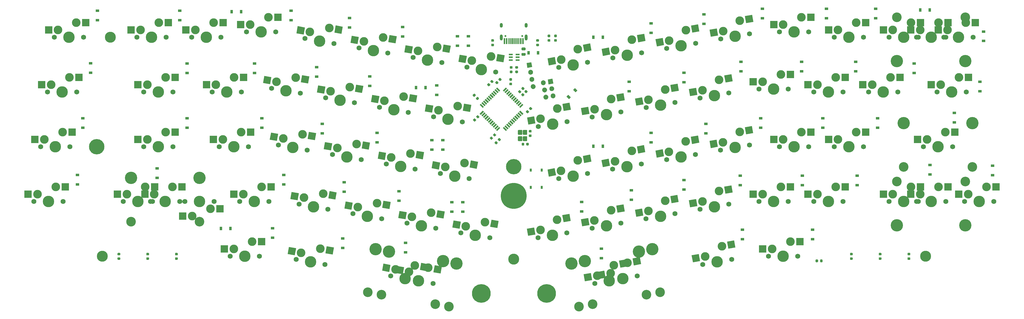
<source format=gbr>
G04 #@! TF.GenerationSoftware,KiCad,Pcbnew,(5.99.0-1918-g94cd0cf3a)*
G04 #@! TF.CreationDate,2020-08-09T16:23:55+02:00*
G04 #@! TF.ProjectId,BMEK_Hotswap,424d454b-5f48-46f7-9473-7761702e6b69,1*
G04 #@! TF.SameCoordinates,Original*
G04 #@! TF.FileFunction,Soldermask,Bot*
G04 #@! TF.FilePolarity,Negative*
%FSLAX46Y46*%
G04 Gerber Fmt 4.6, Leading zero omitted, Abs format (unit mm)*
G04 Created by KiCad (PCBNEW (5.99.0-1918-g94cd0cf3a)) date 2020-08-09 16:23:55*
%MOMM*%
%LPD*%
G01*
G04 APERTURE LIST*
%ADD10C,6.500000*%
%ADD11C,9.000000*%
%ADD12C,5.350000*%
%ADD13C,3.800000*%
%ADD14R,1.200000X0.900000*%
%ADD15R,0.900000X1.200000*%
%ADD16C,3.348000*%
%ADD17C,4.287800*%
%ADD18R,2.550000X2.500000*%
%ADD19C,1.750000*%
%ADD20C,3.000000*%
%ADD21C,3.987800*%
%ADD22O,1.000000X1.600000*%
%ADD23O,1.000000X2.100000*%
%ADD24C,0.650000*%
%ADD25R,0.300000X2.050000*%
%ADD26R,0.600000X2.050000*%
%ADD27R,0.750000X1.000000*%
%ADD28R,1.360000X0.600000*%
G04 APERTURE END LIST*
D10*
X151660000Y-89110000D03*
X128960000Y-89110000D03*
D11*
X140260000Y-55150000D03*
D12*
X140260000Y-45020000D03*
X-4720000Y-38100000D03*
D13*
X283400000Y-76200000D03*
X-2780000Y-76200000D03*
X0Y0D03*
X140260000Y-77150000D03*
D14*
X-4445000Y5970000D03*
X-4445000Y9270000D03*
X24130000Y5970000D03*
X24130000Y9270000D03*
D15*
X45465000Y8890000D03*
X42165000Y8890000D03*
D14*
X62865000Y5970000D03*
X62865000Y9270000D03*
X83185000Y3430000D03*
X83185000Y6730000D03*
X101600000Y255000D03*
X101600000Y3555000D03*
X120650000Y-2920000D03*
X120650000Y380000D03*
X124460000Y-2920000D03*
X124460000Y380000D03*
D15*
X167895000Y0D03*
X171195000Y0D03*
D14*
X187960000Y1525000D03*
X187960000Y4825000D03*
X206375000Y4700000D03*
X206375000Y8000000D03*
X226695000Y6605000D03*
X226695000Y9905000D03*
X248920000Y6605000D03*
X248920000Y9905000D03*
X266065000Y6605000D03*
X266065000Y9905000D03*
D15*
X284860000Y9525000D03*
X281560000Y9525000D03*
D14*
X-6858000Y-12318000D03*
X-6858000Y-9018000D03*
X26670000Y-12445000D03*
X26670000Y-9145000D03*
X50165000Y-12445000D03*
X50165000Y-9145000D03*
X71755000Y-13715000D03*
X71755000Y-10415000D03*
X90170000Y-16890000D03*
X90170000Y-13590000D03*
D15*
X106300000Y-17526000D03*
X109600000Y-17526000D03*
D14*
X113474500Y-20065000D03*
X113474500Y-16765000D03*
G36*
X159204408Y-19982264D02*
G01*
X160052936Y-20830792D01*
X159416540Y-21467188D01*
X158568012Y-20618660D01*
X159204408Y-19982264D01*
G37*
G36*
X161537860Y-17648812D02*
G01*
X162386388Y-18497340D01*
X161749992Y-19133736D01*
X160901464Y-18285208D01*
X161537860Y-17648812D01*
G37*
X180340000Y-18795000D03*
X180340000Y-15495000D03*
X199390000Y-15620000D03*
X199390000Y-12320000D03*
X219202000Y-11810000D03*
X219202000Y-8510000D03*
X240284000Y-11810000D03*
X240284000Y-8510000D03*
X259080000Y-11810000D03*
X259080000Y-8510000D03*
X279400000Y-12445000D03*
X279400000Y-9145000D03*
X303530000Y2030000D03*
X303530000Y-1270000D03*
X-9525000Y-31495000D03*
X-9525000Y-28195000D03*
X26670000Y-31495000D03*
X26670000Y-28195000D03*
X52705000Y-31495000D03*
X52705000Y-28195000D03*
X73660000Y-33400000D03*
X73660000Y-30100000D03*
X92710000Y-36575000D03*
X92710000Y-33275000D03*
X111760000Y-39115000D03*
X111760000Y-35815000D03*
X115570000Y-39115000D03*
X115570000Y-35815000D03*
D15*
X167895000Y-37852386D03*
X171195000Y-37852386D03*
D14*
X187960000Y-36575000D03*
X187960000Y-33275000D03*
X207010000Y-33400000D03*
X207010000Y-30100000D03*
X226060000Y-31495000D03*
X226060000Y-28195000D03*
X247650000Y-31495000D03*
X247650000Y-28195000D03*
X266700000Y-31495000D03*
X266700000Y-28195000D03*
X293370000Y-29590000D03*
X293370000Y-26290000D03*
X302260000Y-15495000D03*
X302260000Y-18795000D03*
X-11430000Y-51180000D03*
X-11430000Y-47880000D03*
X16256000Y-48894000D03*
X16256000Y-45594000D03*
X60325000Y-51180000D03*
X60325000Y-47880000D03*
X81280000Y-53720000D03*
X81280000Y-50420000D03*
X100330000Y-56895000D03*
X100330000Y-53595000D03*
X118745000Y-60705000D03*
X118745000Y-57405000D03*
X122555000Y-60705000D03*
X122555000Y-57405000D03*
X163830000Y-60578000D03*
X163830000Y-57278000D03*
X181102000Y-56514000D03*
X181102000Y-53214000D03*
X199390000Y-52958000D03*
X199390000Y-49658000D03*
X218948000Y-51434000D03*
X218948000Y-48134000D03*
X240538000Y-51434000D03*
X240538000Y-48134000D03*
X259588000Y-51434000D03*
X259588000Y-48134000D03*
X284937200Y-47725600D03*
X284937200Y-44425600D03*
X306705000Y-48005000D03*
X306705000Y-44705000D03*
X56388000Y-69722000D03*
X56388000Y-66422000D03*
X80772000Y-73278000D03*
X80772000Y-69978000D03*
X102616000Y-74802000D03*
X102616000Y-71502000D03*
X170688000Y-76834000D03*
X170688000Y-73534000D03*
X219710000Y-70230000D03*
X219710000Y-66930000D03*
X244094000Y-70230000D03*
X244094000Y-66930000D03*
G36*
X135522702Y-18476940D02*
G01*
X135133794Y-18865848D01*
X134073134Y-17805188D01*
X134462042Y-17416280D01*
X135522702Y-18476940D01*
G37*
G36*
X134957017Y-19042626D02*
G01*
X134568109Y-19431534D01*
X133507449Y-18370874D01*
X133896357Y-17981966D01*
X134957017Y-19042626D01*
G37*
G36*
X134391332Y-19608311D02*
G01*
X134002424Y-19997219D01*
X132941764Y-18936559D01*
X133330672Y-18547651D01*
X134391332Y-19608311D01*
G37*
G36*
X133825646Y-20173996D02*
G01*
X133436738Y-20562904D01*
X132376078Y-19502244D01*
X132764986Y-19113336D01*
X133825646Y-20173996D01*
G37*
G36*
X133259961Y-20739682D02*
G01*
X132871053Y-21128590D01*
X131810393Y-20067930D01*
X132199301Y-19679022D01*
X133259961Y-20739682D01*
G37*
G36*
X132694275Y-21305367D02*
G01*
X132305367Y-21694275D01*
X131244707Y-20633615D01*
X131633615Y-20244707D01*
X132694275Y-21305367D01*
G37*
G36*
X132128590Y-21871053D02*
G01*
X131739682Y-22259961D01*
X130679022Y-21199301D01*
X131067930Y-20810393D01*
X132128590Y-21871053D01*
G37*
G36*
X131562904Y-22436738D02*
G01*
X131173996Y-22825646D01*
X130113336Y-21764986D01*
X130502244Y-21376078D01*
X131562904Y-22436738D01*
G37*
G36*
X130997219Y-23002424D02*
G01*
X130608311Y-23391332D01*
X129547651Y-22330672D01*
X129936559Y-21941764D01*
X130997219Y-23002424D01*
G37*
G36*
X130431534Y-23568109D02*
G01*
X130042626Y-23957017D01*
X128981966Y-22896357D01*
X129370874Y-22507449D01*
X130431534Y-23568109D01*
G37*
G36*
X129865848Y-24133794D02*
G01*
X129476940Y-24522702D01*
X128416280Y-23462042D01*
X128805188Y-23073134D01*
X129865848Y-24133794D01*
G37*
G36*
X129476940Y-25477298D02*
G01*
X129865848Y-25866206D01*
X128805188Y-26926866D01*
X128416280Y-26537958D01*
X129476940Y-25477298D01*
G37*
G36*
X130042626Y-26042983D02*
G01*
X130431534Y-26431891D01*
X129370874Y-27492551D01*
X128981966Y-27103643D01*
X130042626Y-26042983D01*
G37*
G36*
X130608311Y-26608668D02*
G01*
X130997219Y-26997576D01*
X129936559Y-28058236D01*
X129547651Y-27669328D01*
X130608311Y-26608668D01*
G37*
G36*
X131173996Y-27174354D02*
G01*
X131562904Y-27563262D01*
X130502244Y-28623922D01*
X130113336Y-28235014D01*
X131173996Y-27174354D01*
G37*
G36*
X131739682Y-27740039D02*
G01*
X132128590Y-28128947D01*
X131067930Y-29189607D01*
X130679022Y-28800699D01*
X131739682Y-27740039D01*
G37*
G36*
X132305367Y-28305725D02*
G01*
X132694275Y-28694633D01*
X131633615Y-29755293D01*
X131244707Y-29366385D01*
X132305367Y-28305725D01*
G37*
G36*
X132871053Y-28871410D02*
G01*
X133259961Y-29260318D01*
X132199301Y-30320978D01*
X131810393Y-29932070D01*
X132871053Y-28871410D01*
G37*
G36*
X133436738Y-29437096D02*
G01*
X133825646Y-29826004D01*
X132764986Y-30886664D01*
X132376078Y-30497756D01*
X133436738Y-29437096D01*
G37*
G36*
X134002424Y-30002781D02*
G01*
X134391332Y-30391689D01*
X133330672Y-31452349D01*
X132941764Y-31063441D01*
X134002424Y-30002781D01*
G37*
G36*
X134568109Y-30568466D02*
G01*
X134957017Y-30957374D01*
X133896357Y-32018034D01*
X133507449Y-31629126D01*
X134568109Y-30568466D01*
G37*
G36*
X135133794Y-31134152D02*
G01*
X135522702Y-31523060D01*
X134462042Y-32583720D01*
X134073134Y-32194812D01*
X135133794Y-31134152D01*
G37*
G36*
X137926866Y-32194812D02*
G01*
X137537958Y-32583720D01*
X136477298Y-31523060D01*
X136866206Y-31134152D01*
X137926866Y-32194812D01*
G37*
G36*
X138492551Y-31629126D02*
G01*
X138103643Y-32018034D01*
X137042983Y-30957374D01*
X137431891Y-30568466D01*
X138492551Y-31629126D01*
G37*
G36*
X139058236Y-31063441D02*
G01*
X138669328Y-31452349D01*
X137608668Y-30391689D01*
X137997576Y-30002781D01*
X139058236Y-31063441D01*
G37*
G36*
X139623922Y-30497756D02*
G01*
X139235014Y-30886664D01*
X138174354Y-29826004D01*
X138563262Y-29437096D01*
X139623922Y-30497756D01*
G37*
G36*
X140189607Y-29932070D02*
G01*
X139800699Y-30320978D01*
X138740039Y-29260318D01*
X139128947Y-28871410D01*
X140189607Y-29932070D01*
G37*
G36*
X140755293Y-29366385D02*
G01*
X140366385Y-29755293D01*
X139305725Y-28694633D01*
X139694633Y-28305725D01*
X140755293Y-29366385D01*
G37*
G36*
X141320978Y-28800699D02*
G01*
X140932070Y-29189607D01*
X139871410Y-28128947D01*
X140260318Y-27740039D01*
X141320978Y-28800699D01*
G37*
G36*
X141886664Y-28235014D02*
G01*
X141497756Y-28623922D01*
X140437096Y-27563262D01*
X140826004Y-27174354D01*
X141886664Y-28235014D01*
G37*
G36*
X142452349Y-27669328D02*
G01*
X142063441Y-28058236D01*
X141002781Y-26997576D01*
X141391689Y-26608668D01*
X142452349Y-27669328D01*
G37*
G36*
X143018034Y-27103643D02*
G01*
X142629126Y-27492551D01*
X141568466Y-26431891D01*
X141957374Y-26042983D01*
X143018034Y-27103643D01*
G37*
G36*
X143583720Y-26537958D02*
G01*
X143194812Y-26926866D01*
X142134152Y-25866206D01*
X142523060Y-25477298D01*
X143583720Y-26537958D01*
G37*
G36*
X143194812Y-23073134D02*
G01*
X143583720Y-23462042D01*
X142523060Y-24522702D01*
X142134152Y-24133794D01*
X143194812Y-23073134D01*
G37*
G36*
X142629126Y-22507449D02*
G01*
X143018034Y-22896357D01*
X141957374Y-23957017D01*
X141568466Y-23568109D01*
X142629126Y-22507449D01*
G37*
G36*
X142063441Y-21941764D02*
G01*
X142452349Y-22330672D01*
X141391689Y-23391332D01*
X141002781Y-23002424D01*
X142063441Y-21941764D01*
G37*
G36*
X141497756Y-21376078D02*
G01*
X141886664Y-21764986D01*
X140826004Y-22825646D01*
X140437096Y-22436738D01*
X141497756Y-21376078D01*
G37*
G36*
X140932070Y-20810393D02*
G01*
X141320978Y-21199301D01*
X140260318Y-22259961D01*
X139871410Y-21871053D01*
X140932070Y-20810393D01*
G37*
G36*
X140366385Y-20244707D02*
G01*
X140755293Y-20633615D01*
X139694633Y-21694275D01*
X139305725Y-21305367D01*
X140366385Y-20244707D01*
G37*
G36*
X139800699Y-19679022D02*
G01*
X140189607Y-20067930D01*
X139128947Y-21128590D01*
X138740039Y-20739682D01*
X139800699Y-19679022D01*
G37*
G36*
X139235014Y-19113336D02*
G01*
X139623922Y-19502244D01*
X138563262Y-20562904D01*
X138174354Y-20173996D01*
X139235014Y-19113336D01*
G37*
G36*
X138669328Y-18547651D02*
G01*
X139058236Y-18936559D01*
X137997576Y-19997219D01*
X137608668Y-19608311D01*
X138669328Y-18547651D01*
G37*
G36*
X138103643Y-17981966D02*
G01*
X138492551Y-18370874D01*
X137431891Y-19431534D01*
X137042983Y-19042626D01*
X138103643Y-17981966D01*
G37*
G36*
X137537958Y-17416280D02*
G01*
X137926866Y-17805188D01*
X136866206Y-18865848D01*
X136477298Y-18476940D01*
X137537958Y-17416280D01*
G37*
D16*
X273431801Y6985000D03*
X297244301Y6985000D03*
D17*
X273431801Y-8255000D03*
X297244301Y-8255000D03*
D16*
X299625651Y-45085000D03*
X275813151Y-45085000D03*
D17*
X299625651Y-29845000D03*
X275813151Y-29845000D03*
D16*
X112996039Y-92858181D03*
X89545304Y-88723184D03*
D17*
X115642437Y-77849711D03*
X92191702Y-73714713D03*
D16*
X117686186Y-93685181D03*
X94235451Y-89550184D03*
D17*
X120332584Y-78676711D03*
X96881849Y-74541713D03*
D16*
X186390301Y-89550184D03*
X162939566Y-93685181D03*
D17*
X183743903Y-74541713D03*
X160293168Y-78676711D03*
D16*
X191080447Y-88723184D03*
X167629712Y-92858181D03*
D17*
X188434049Y-73714713D03*
X164983314Y-77849711D03*
D16*
X31006150Y-64135000D03*
X7193650Y-64135000D03*
D17*
X31006150Y-48895000D03*
X7193650Y-48895000D03*
D18*
X-8504549Y5080000D03*
X-21431549Y2540000D03*
D19*
X-9266549Y0D03*
X-19426549Y0D03*
D20*
X-18156549Y2540000D03*
D21*
X-14346549Y0D03*
D20*
X-11806549Y5080000D03*
D18*
X20179551Y5080000D03*
X7252551Y2540000D03*
D19*
X19417551Y0D03*
X9257551Y0D03*
D20*
X10527551Y2540000D03*
D21*
X14337551Y0D03*
D20*
X16877551Y5080000D03*
D18*
X39229551Y5080000D03*
X26302551Y2540000D03*
D19*
X38467551Y0D03*
X28307551Y0D03*
D20*
X29577551Y2540000D03*
D21*
X33387551Y0D03*
D20*
X35927551Y5080000D03*
D18*
X58279551Y7020199D03*
X45352551Y4480199D03*
D19*
X57517551Y1940199D03*
X47357551Y1940199D03*
D20*
X48627551Y4480199D03*
D21*
X52437551Y1940199D03*
D20*
X54977551Y7020199D03*
G36*
X77884541Y1690263D02*
G01*
X78318661Y4152282D01*
X80829921Y3709479D01*
X80395801Y1247460D01*
X77884541Y1690263D01*
G37*
G36*
X64712864Y1433601D02*
G01*
X65146984Y3895620D01*
X67658244Y3452817D01*
X67224124Y990798D01*
X64712864Y1433601D01*
G37*
D19*
X77724674Y-2170633D03*
X67719028Y-406367D03*
D20*
X69410800Y1874511D03*
D21*
X72721851Y-1288500D03*
D20*
X76105395Y3273257D03*
G36*
X96645141Y-1617737D02*
G01*
X97079261Y844282D01*
X99590521Y401479D01*
X99156401Y-2060540D01*
X96645141Y-1617737D01*
G37*
G36*
X83473464Y-1874399D02*
G01*
X83907584Y587620D01*
X86418844Y144817D01*
X85984724Y-2317202D01*
X83473464Y-1874399D01*
G37*
D19*
X96485274Y-5478633D03*
X86479628Y-3714367D03*
D20*
X88171400Y-1433489D03*
D21*
X91482451Y-4596500D03*
D20*
X94865995Y-34743D03*
G36*
X115405740Y-4925737D02*
G01*
X115839860Y-2463718D01*
X118351120Y-2906521D01*
X117917000Y-5368540D01*
X115405740Y-4925737D01*
G37*
G36*
X102234063Y-5182399D02*
G01*
X102668183Y-2720380D01*
X105179443Y-3163183D01*
X104745323Y-5625202D01*
X102234063Y-5182399D01*
G37*
D19*
X115245873Y-8786633D03*
X105240227Y-7022367D03*
D20*
X106931999Y-4741489D03*
D21*
X110243050Y-7904500D03*
D20*
X113626594Y-3342743D03*
G36*
X134166340Y-8233737D02*
G01*
X134600460Y-5771718D01*
X137111720Y-6214521D01*
X136677600Y-8676540D01*
X134166340Y-8233737D01*
G37*
G36*
X120994663Y-8490399D02*
G01*
X121428783Y-6028380D01*
X123940043Y-6471183D01*
X123505923Y-8933202D01*
X120994663Y-8490399D01*
G37*
D19*
X134006473Y-12094633D03*
X124000827Y-10330367D03*
D20*
X125692599Y-8049489D03*
D21*
X129003650Y-11212500D03*
D20*
X132387194Y-6650743D03*
G36*
X164756095Y-5007435D02*
G01*
X164321975Y-2545416D01*
X166833235Y-2102613D01*
X167267355Y-4564632D01*
X164756095Y-5007435D01*
G37*
G36*
X152466552Y-9753597D02*
G01*
X152032432Y-7291578D01*
X154543692Y-6848775D01*
X154977812Y-9310794D01*
X152466552Y-9753597D01*
G37*
D19*
X165926374Y-8690167D03*
X155920728Y-10454433D03*
D20*
X156730367Y-7732488D03*
D21*
X160923551Y-9572300D03*
D20*
X162542830Y-4128410D03*
G36*
X183516694Y-1699435D02*
G01*
X183082574Y762584D01*
X185593834Y1205387D01*
X186027954Y-1256632D01*
X183516694Y-1699435D01*
G37*
G36*
X171227151Y-6445597D02*
G01*
X170793031Y-3983578D01*
X173304291Y-3540775D01*
X173738411Y-6002794D01*
X171227151Y-6445597D01*
G37*
D19*
X184686973Y-5382167D03*
X174681327Y-7146433D03*
D20*
X175490966Y-4424488D03*
D21*
X179684150Y-6264300D03*
D20*
X181303429Y-820410D03*
G36*
X202277295Y1608566D02*
G01*
X201843175Y4070585D01*
X204354435Y4513388D01*
X204788555Y2051369D01*
X202277295Y1608566D01*
G37*
G36*
X189987752Y-3137596D02*
G01*
X189553632Y-675577D01*
X192064892Y-232774D01*
X192499012Y-2694793D01*
X189987752Y-3137596D01*
G37*
D19*
X203447574Y-2074166D03*
X193441928Y-3838432D03*
D20*
X194251567Y-1116487D03*
D21*
X198444751Y-2956299D03*
D20*
X200064030Y2487591D03*
G36*
X221037894Y4916564D02*
G01*
X220603774Y7378583D01*
X223115034Y7821386D01*
X223549154Y5359367D01*
X221037894Y4916564D01*
G37*
G36*
X208748351Y170402D02*
G01*
X208314231Y2632421D01*
X210825491Y3075224D01*
X211259611Y613205D01*
X208748351Y170402D01*
G37*
D19*
X222208173Y1233832D03*
X212202527Y-530434D03*
D20*
X213012166Y2191511D03*
D21*
X217205350Y351699D03*
D20*
X218824629Y5795589D03*
D18*
X243555050Y7020200D03*
X230628050Y4480200D03*
D19*
X242793050Y1940200D03*
X232633050Y1940200D03*
D20*
X233903050Y4480200D03*
D21*
X237713050Y1940200D03*
D20*
X240253050Y7020200D03*
D18*
X262605051Y5080000D03*
X249678051Y2540000D03*
D19*
X261843051Y0D03*
X251683051Y0D03*
D20*
X252953051Y2540000D03*
D21*
X256763051Y0D03*
D20*
X259303051Y5080000D03*
D18*
X281655051Y5080000D03*
X268728051Y2540000D03*
D19*
X280893051Y0D03*
X270733051Y0D03*
D20*
X272003051Y2540000D03*
D21*
X275813051Y0D03*
D20*
X278353051Y5080000D03*
D18*
X291180051Y5080000D03*
X278253051Y2540000D03*
D19*
X290418051Y0D03*
X280258051Y0D03*
D20*
X281528051Y2540000D03*
D21*
X285338051Y0D03*
D20*
X287878051Y5080000D03*
D18*
X-10885848Y-13970000D03*
X-23812848Y-16510000D03*
D19*
X-11647848Y-19050000D03*
X-21807848Y-19050000D03*
D20*
X-20537848Y-16510000D03*
D21*
X-16727848Y-19050000D03*
D20*
X-14187848Y-13970000D03*
D18*
X22560750Y-13970000D03*
X9633750Y-16510000D03*
D19*
X21798750Y-19050000D03*
X11638750Y-19050000D03*
D20*
X12908750Y-16510000D03*
D21*
X16718750Y-19050000D03*
D20*
X19258750Y-13970000D03*
D18*
X46373250Y-13970000D03*
X33446250Y-16510000D03*
D19*
X45611250Y-19050000D03*
X35451250Y-19050000D03*
D20*
X36721250Y-16510000D03*
D21*
X40531250Y-19050000D03*
D20*
X43071250Y-13970000D03*
G36*
X66253465Y-15602737D02*
G01*
X66687585Y-13140718D01*
X69198845Y-13583521D01*
X68764725Y-16045540D01*
X66253465Y-15602737D01*
G37*
G36*
X53081788Y-15859399D02*
G01*
X53515908Y-13397380D01*
X56027168Y-13840183D01*
X55593048Y-16302202D01*
X53081788Y-15859399D01*
G37*
D19*
X66093598Y-19463633D03*
X56087952Y-17699367D03*
D20*
X57779724Y-15418489D03*
D21*
X61090775Y-18581500D03*
D20*
X64474319Y-14019743D03*
G36*
X85014040Y-18910737D02*
G01*
X85448160Y-16448718D01*
X87959420Y-16891521D01*
X87525300Y-19353540D01*
X85014040Y-18910737D01*
G37*
G36*
X71842363Y-19167399D02*
G01*
X72276483Y-16705380D01*
X74787743Y-17148183D01*
X74353623Y-19610202D01*
X71842363Y-19167399D01*
G37*
D19*
X84854173Y-22771633D03*
X74848527Y-21007367D03*
D20*
X76540299Y-18726489D03*
D21*
X79851350Y-21889500D03*
D20*
X83234894Y-17327743D03*
G36*
X103774640Y-22218737D02*
G01*
X104208760Y-19756718D01*
X106720020Y-20199521D01*
X106285900Y-22661540D01*
X103774640Y-22218737D01*
G37*
G36*
X90602963Y-22475399D02*
G01*
X91037083Y-20013380D01*
X93548343Y-20456183D01*
X93114223Y-22918202D01*
X90602963Y-22475399D01*
G37*
D19*
X103614773Y-26079633D03*
X93609127Y-24315367D03*
D20*
X95300899Y-22034489D03*
D21*
X98611950Y-25197500D03*
D20*
X101995494Y-20635743D03*
G36*
X122535240Y-25526736D02*
G01*
X122969360Y-23064717D01*
X125480620Y-23507520D01*
X125046500Y-25969539D01*
X122535240Y-25526736D01*
G37*
G36*
X109363563Y-25783398D02*
G01*
X109797683Y-23321379D01*
X112308943Y-23764182D01*
X111874823Y-26226201D01*
X109363563Y-25783398D01*
G37*
D19*
X122375373Y-29387632D03*
X112369727Y-27623366D03*
D20*
X114061499Y-25342488D03*
D21*
X117372550Y-28505499D03*
D20*
X120756094Y-23943742D03*
G36*
X157580994Y-25616535D02*
G01*
X157146874Y-23154516D01*
X159658134Y-22711713D01*
X160092254Y-25173732D01*
X157580994Y-25616535D01*
G37*
G36*
X145291451Y-30362697D02*
G01*
X144857331Y-27900678D01*
X147368591Y-27457875D01*
X147802711Y-29919894D01*
X145291451Y-30362697D01*
G37*
D19*
X158751273Y-29299267D03*
X148745627Y-31063533D03*
D20*
X149555266Y-28341588D03*
D21*
X153748450Y-30181400D03*
D20*
X155367729Y-24737510D03*
G36*
X176341595Y-22308535D02*
G01*
X175907475Y-19846516D01*
X178418735Y-19403713D01*
X178852855Y-21865732D01*
X176341595Y-22308535D01*
G37*
G36*
X164052052Y-27054697D02*
G01*
X163617932Y-24592678D01*
X166129192Y-24149875D01*
X166563312Y-26611894D01*
X164052052Y-27054697D01*
G37*
D19*
X177511874Y-25991267D03*
X167506228Y-27755533D03*
D20*
X168315867Y-25033588D03*
D21*
X172509051Y-26873400D03*
D20*
X174128330Y-21429510D03*
G36*
X195102195Y-19000534D02*
G01*
X194668075Y-16538515D01*
X197179335Y-16095712D01*
X197613455Y-18557731D01*
X195102195Y-19000534D01*
G37*
G36*
X182812652Y-23746696D02*
G01*
X182378532Y-21284677D01*
X184889792Y-20841874D01*
X185323912Y-23303893D01*
X182812652Y-23746696D01*
G37*
D19*
X196272474Y-22683266D03*
X186266828Y-24447532D03*
D20*
X187076467Y-21725587D03*
D21*
X191269651Y-23565399D03*
D20*
X192888930Y-18121509D03*
G36*
X213862795Y-15692534D02*
G01*
X213428675Y-13230515D01*
X215939935Y-12787712D01*
X216374055Y-15249731D01*
X213862795Y-15692534D01*
G37*
G36*
X201573252Y-20438696D02*
G01*
X201139132Y-17976677D01*
X203650392Y-17533874D01*
X204084512Y-19995893D01*
X201573252Y-20438696D01*
G37*
D19*
X215033074Y-19375266D03*
X205027428Y-21139532D03*
D20*
X205837067Y-18417587D03*
D21*
X210030251Y-20257399D03*
D20*
X211649530Y-14813509D03*
D18*
X236411350Y-12909500D03*
X223484350Y-15449500D03*
D19*
X235649350Y-17989500D03*
X225489350Y-17989500D03*
D20*
X226759350Y-15449500D03*
D21*
X230569350Y-17989500D03*
D20*
X233109350Y-12909500D03*
D18*
X255461350Y-13970000D03*
X242534350Y-16510000D03*
D19*
X254699350Y-19050000D03*
X244539350Y-19050000D03*
D20*
X245809350Y-16510000D03*
D21*
X249619350Y-19050000D03*
D20*
X252159350Y-13970000D03*
D18*
X274511350Y-13970000D03*
X261584350Y-16510000D03*
D19*
X273749350Y-19050000D03*
X263589350Y-19050000D03*
D20*
X264859350Y-16510000D03*
D21*
X268669350Y-19050000D03*
D20*
X271209350Y-13970000D03*
D18*
X300705051Y5080000D03*
X287778051Y2540000D03*
D19*
X299943051Y0D03*
X289783051Y0D03*
D20*
X291053051Y2540000D03*
D21*
X294863051Y0D03*
D20*
X297403051Y5080000D03*
D18*
X-13267148Y-33020000D03*
X-26194148Y-35560000D03*
D19*
X-14029148Y-38100000D03*
X-24189148Y-38100000D03*
D20*
X-22919148Y-35560000D03*
D21*
X-19109148Y-38100000D03*
D20*
X-16569148Y-33020000D03*
D18*
X22560750Y-33020000D03*
X9633750Y-35560000D03*
D19*
X21798750Y-38100000D03*
X11638750Y-38100000D03*
D20*
X12908750Y-35560000D03*
D21*
X16718750Y-38100000D03*
D20*
X19258750Y-33020000D03*
D18*
X48754450Y-33020000D03*
X35827450Y-35560000D03*
D19*
X47992450Y-38100000D03*
X37832450Y-38100000D03*
D20*
X39102450Y-35560000D03*
D21*
X42912450Y-38100000D03*
D20*
X45452450Y-33020000D03*
G36*
X68609640Y-35362037D02*
G01*
X69043760Y-32900018D01*
X71555020Y-33342821D01*
X71120900Y-35804840D01*
X68609640Y-35362037D01*
G37*
G36*
X55437963Y-35618699D02*
G01*
X55872083Y-33156680D01*
X58383343Y-33599483D01*
X57949223Y-36061502D01*
X55437963Y-35618699D01*
G37*
D19*
X68449773Y-39222933D03*
X58444127Y-37458667D03*
D20*
X60135899Y-35177789D03*
D21*
X63446950Y-38340800D03*
D20*
X66830494Y-33779043D03*
G36*
X87370240Y-38670037D02*
G01*
X87804360Y-36208018D01*
X90315620Y-36650821D01*
X89881500Y-39112840D01*
X87370240Y-38670037D01*
G37*
G36*
X74198563Y-38926699D02*
G01*
X74632683Y-36464680D01*
X77143943Y-36907483D01*
X76709823Y-39369502D01*
X74198563Y-38926699D01*
G37*
D19*
X87210373Y-42530933D03*
X77204727Y-40766667D03*
D20*
X78896499Y-38485789D03*
D21*
X82207550Y-41648800D03*
D20*
X85591094Y-37087043D03*
G36*
X106130840Y-41978037D02*
G01*
X106564960Y-39516018D01*
X109076220Y-39958821D01*
X108642100Y-42420840D01*
X106130840Y-41978037D01*
G37*
G36*
X92959163Y-42234699D02*
G01*
X93393283Y-39772680D01*
X95904543Y-40215483D01*
X95470423Y-42677502D01*
X92959163Y-42234699D01*
G37*
D19*
X105970973Y-45838933D03*
X95965327Y-44074667D03*
D20*
X97657099Y-41793789D03*
D21*
X100968150Y-44956800D03*
D20*
X104351694Y-40395043D03*
G36*
X124891440Y-45286037D02*
G01*
X125325560Y-42824018D01*
X127836820Y-43266821D01*
X127402700Y-45728840D01*
X124891440Y-45286037D01*
G37*
G36*
X111719763Y-45542699D02*
G01*
X112153883Y-43080680D01*
X114665143Y-43523483D01*
X114231023Y-45985502D01*
X111719763Y-45542699D01*
G37*
D19*
X124731573Y-49146933D03*
X114725927Y-47382667D03*
D20*
X116417699Y-45101789D03*
D21*
X119728750Y-48264800D03*
D20*
X123112294Y-43703043D03*
G36*
X164711394Y-43703135D02*
G01*
X164277274Y-41241116D01*
X166788534Y-40798313D01*
X167222654Y-43260332D01*
X164711394Y-43703135D01*
G37*
G36*
X152421851Y-48449297D02*
G01*
X151987731Y-45987278D01*
X154498991Y-45544475D01*
X154933111Y-48006494D01*
X152421851Y-48449297D01*
G37*
D19*
X165881673Y-47385867D03*
X155876027Y-49150133D03*
D20*
X156685666Y-46428188D03*
D21*
X160878850Y-48268000D03*
D20*
X162498129Y-42824110D03*
G36*
X183471994Y-40395134D02*
G01*
X183037874Y-37933115D01*
X185549134Y-37490312D01*
X185983254Y-39952331D01*
X183471994Y-40395134D01*
G37*
G36*
X171182451Y-45141296D02*
G01*
X170748331Y-42679277D01*
X173259591Y-42236474D01*
X173693711Y-44698493D01*
X171182451Y-45141296D01*
G37*
D19*
X184642273Y-44077866D03*
X174636627Y-45842132D03*
D20*
X175446266Y-43120187D03*
D21*
X179639450Y-44959999D03*
D20*
X181258729Y-39516109D03*
G36*
X202232594Y-37087135D02*
G01*
X201798474Y-34625116D01*
X204309734Y-34182313D01*
X204743854Y-36644332D01*
X202232594Y-37087135D01*
G37*
G36*
X189943051Y-41833297D02*
G01*
X189508931Y-39371278D01*
X192020191Y-38928475D01*
X192454311Y-41390494D01*
X189943051Y-41833297D01*
G37*
D19*
X203402873Y-40769867D03*
X193397227Y-42534133D03*
D20*
X194206866Y-39812188D03*
D21*
X198400050Y-41652000D03*
D20*
X200019329Y-36208110D03*
G36*
X220993194Y-33779134D02*
G01*
X220559074Y-31317115D01*
X223070334Y-30874312D01*
X223504454Y-33336331D01*
X220993194Y-33779134D01*
G37*
G36*
X208703651Y-38525296D02*
G01*
X208269531Y-36063277D01*
X210780791Y-35620474D01*
X211214911Y-38082493D01*
X208703651Y-38525296D01*
G37*
D19*
X222163473Y-37461866D03*
X212157827Y-39226132D03*
D20*
X212967466Y-36504187D03*
D21*
X217160650Y-38343999D03*
D20*
X218779929Y-32900109D03*
D18*
X243555150Y-33019999D03*
X230628150Y-35559999D03*
D19*
X242793150Y-38099999D03*
X232633150Y-38099999D03*
D20*
X233903150Y-35559999D03*
D21*
X237713150Y-38099999D03*
D20*
X240253150Y-33019999D03*
D18*
X262605150Y-33020000D03*
X249678150Y-35560000D03*
D19*
X261843150Y-38100000D03*
X251683150Y-38100000D03*
D20*
X252953150Y-35560000D03*
D21*
X256763150Y-38100000D03*
D20*
X259303150Y-33020000D03*
D18*
X293561401Y-33020000D03*
X280634401Y-35560000D03*
D19*
X292799401Y-38100000D03*
X282639401Y-38100000D03*
D20*
X283909401Y-35560000D03*
D21*
X287719401Y-38100000D03*
D20*
X290259401Y-33020000D03*
D18*
X298323850Y-13970000D03*
X285396850Y-16510000D03*
D19*
X297561850Y-19050000D03*
X287401850Y-19050000D03*
D20*
X288671850Y-16510000D03*
D21*
X292481850Y-19050000D03*
D20*
X295021850Y-13970000D03*
D18*
X-15648448Y-52070000D03*
X-28575448Y-54610000D03*
D19*
X-16410448Y-57150000D03*
X-26570448Y-57150000D03*
D20*
X-25300448Y-54610000D03*
D21*
X-21490448Y-57150000D03*
D20*
X-18950448Y-52070000D03*
D18*
X24941900Y-52070000D03*
X12014900Y-54610000D03*
D19*
X24179900Y-57150000D03*
X14019900Y-57150000D03*
D20*
X15289900Y-54610000D03*
D21*
X19099900Y-57150000D03*
D20*
X21639900Y-52070000D03*
D18*
X55898150Y-52070000D03*
X42971150Y-54610000D03*
D19*
X55136150Y-57150000D03*
X44976150Y-57150000D03*
D20*
X46246150Y-54610000D03*
D21*
X50056150Y-57150000D03*
D20*
X52596150Y-52070000D03*
G36*
X75778140Y-55969937D02*
G01*
X76212260Y-53507918D01*
X78723520Y-53950721D01*
X78289400Y-56412740D01*
X75778140Y-55969937D01*
G37*
G36*
X62606463Y-56226599D02*
G01*
X63040583Y-53764580D01*
X65551843Y-54207383D01*
X65117723Y-56669402D01*
X62606463Y-56226599D01*
G37*
D19*
X75618273Y-59830833D03*
X65612627Y-58066567D03*
D20*
X67304399Y-55785689D03*
D21*
X70615450Y-58948700D03*
D20*
X73998994Y-54386943D03*
G36*
X94538740Y-59277937D02*
G01*
X94972860Y-56815918D01*
X97484120Y-57258721D01*
X97050000Y-59720740D01*
X94538740Y-59277937D01*
G37*
G36*
X81367063Y-59534599D02*
G01*
X81801183Y-57072580D01*
X84312443Y-57515383D01*
X83878323Y-59977402D01*
X81367063Y-59534599D01*
G37*
D19*
X94378873Y-63138833D03*
X84373227Y-61374567D03*
D20*
X86064999Y-59093689D03*
D21*
X89376050Y-62256700D03*
D20*
X92759594Y-57694943D03*
G36*
X113299340Y-62585937D02*
G01*
X113733460Y-60123918D01*
X116244720Y-60566721D01*
X115810600Y-63028740D01*
X113299340Y-62585937D01*
G37*
G36*
X100127663Y-62842599D02*
G01*
X100561783Y-60380580D01*
X103073043Y-60823383D01*
X102638923Y-63285402D01*
X100127663Y-62842599D01*
G37*
D19*
X113139473Y-66446833D03*
X103133827Y-64682567D03*
D20*
X104825599Y-62401689D03*
D21*
X108136650Y-65564700D03*
D20*
X111520194Y-61002943D03*
G36*
X132059940Y-65893937D02*
G01*
X132494060Y-63431918D01*
X135005320Y-63874721D01*
X134571200Y-66336740D01*
X132059940Y-65893937D01*
G37*
G36*
X118888263Y-66150599D02*
G01*
X119322383Y-63688580D01*
X121833643Y-64131383D01*
X121399523Y-66593402D01*
X118888263Y-66150599D01*
G37*
D19*
X131900073Y-69754833D03*
X121894427Y-67990567D03*
D20*
X123586199Y-65709689D03*
D21*
X126897250Y-68872700D03*
D20*
X130280794Y-64310943D03*
G36*
X157560994Y-64307835D02*
G01*
X157126874Y-61845816D01*
X159638134Y-61403013D01*
X160072254Y-63865032D01*
X157560994Y-64307835D01*
G37*
G36*
X145271451Y-69053997D02*
G01*
X144837331Y-66591978D01*
X147348591Y-66149175D01*
X147782711Y-68611194D01*
X145271451Y-69053997D01*
G37*
D19*
X158731273Y-67990567D03*
X148725627Y-69754833D03*
D20*
X149535266Y-67032888D03*
D21*
X153728450Y-68872700D03*
D20*
X155347729Y-63428810D03*
G36*
X176321594Y-60999834D02*
G01*
X175887474Y-58537815D01*
X178398734Y-58095012D01*
X178832854Y-60557031D01*
X176321594Y-60999834D01*
G37*
G36*
X164032051Y-65745996D02*
G01*
X163597931Y-63283977D01*
X166109191Y-62841174D01*
X166543311Y-65303193D01*
X164032051Y-65745996D01*
G37*
D19*
X177491873Y-64682566D03*
X167486227Y-66446832D03*
D20*
X168295866Y-63724887D03*
D21*
X172489050Y-65564699D03*
D20*
X174108329Y-60120809D03*
G36*
X195082194Y-57691834D02*
G01*
X194648074Y-55229815D01*
X197159334Y-54787012D01*
X197593454Y-57249031D01*
X195082194Y-57691834D01*
G37*
G36*
X182792651Y-62437996D02*
G01*
X182358531Y-59975977D01*
X184869791Y-59533174D01*
X185303911Y-61995193D01*
X182792651Y-62437996D01*
G37*
D19*
X196252473Y-61374566D03*
X186246827Y-63138832D03*
D20*
X187056466Y-60416887D03*
D21*
X191249650Y-62256699D03*
D20*
X192868929Y-56812809D03*
G36*
X213842794Y-54383834D02*
G01*
X213408674Y-51921815D01*
X215919934Y-51479012D01*
X216354054Y-53941031D01*
X213842794Y-54383834D01*
G37*
G36*
X201553251Y-59129996D02*
G01*
X201119131Y-56667977D01*
X203630391Y-56225174D01*
X204064511Y-58687193D01*
X201553251Y-59129996D01*
G37*
D19*
X215013073Y-58066566D03*
X205007427Y-59830832D03*
D20*
X205817066Y-57108887D03*
D21*
X210010250Y-58948699D03*
D20*
X211629529Y-53504809D03*
D18*
X236411450Y-52069999D03*
X223484450Y-54609999D03*
D19*
X235649450Y-57149999D03*
X225489450Y-57149999D03*
D20*
X226759450Y-54609999D03*
D21*
X230569450Y-57149999D03*
D20*
X233109450Y-52069999D03*
D18*
X255461450Y-52070000D03*
X242534450Y-54610000D03*
D19*
X254699450Y-57150000D03*
X244539450Y-57150000D03*
D20*
X245809450Y-54610000D03*
D21*
X249619450Y-57150000D03*
D20*
X252159450Y-52070000D03*
D18*
X281655250Y-52070000D03*
X268728250Y-54610000D03*
D19*
X280893250Y-57150000D03*
X270733250Y-57150000D03*
D20*
X272003250Y-54610000D03*
D21*
X275813250Y-57150000D03*
D20*
X278353250Y-52070000D03*
D18*
X307848950Y-52070000D03*
X294921950Y-54610000D03*
D19*
X307086950Y-57150000D03*
X296926950Y-57150000D03*
D20*
X298196950Y-54610000D03*
D21*
X302006950Y-57150000D03*
D20*
X304546950Y-52070000D03*
D18*
X52590150Y-71120000D03*
X39663150Y-73660000D03*
D19*
X51828150Y-76200000D03*
X41668150Y-76200000D03*
D20*
X42938150Y-73660000D03*
D21*
X46748150Y-76200000D03*
D20*
X49288150Y-71120000D03*
G36*
X74815190Y-75144037D02*
G01*
X75249310Y-72682018D01*
X77760570Y-73124821D01*
X77326450Y-75586840D01*
X74815190Y-75144037D01*
G37*
G36*
X61643513Y-75400699D02*
G01*
X62077633Y-72938680D01*
X64588893Y-73381483D01*
X64154773Y-75843502D01*
X61643513Y-75400699D01*
G37*
D19*
X74655323Y-79004933D03*
X64649677Y-77240667D03*
D20*
X66341449Y-74959789D03*
D21*
X69652500Y-78122800D03*
D20*
X73036044Y-73561043D03*
G36*
X107646294Y-80933037D02*
G01*
X108080414Y-78471018D01*
X110591674Y-78913821D01*
X110157554Y-81375840D01*
X107646294Y-80933037D01*
G37*
G36*
X94474617Y-81189699D02*
G01*
X94908737Y-78727680D01*
X97419997Y-79170483D01*
X96985877Y-81632502D01*
X94474617Y-81189699D01*
G37*
D19*
X107486427Y-84793933D03*
X97480781Y-83029667D03*
D20*
X99172553Y-80748789D03*
D21*
X102483604Y-83911800D03*
D20*
X105867148Y-79350043D03*
G36*
X181974691Y-79346935D02*
G01*
X181540571Y-76884916D01*
X184051831Y-76442113D01*
X184485951Y-78904132D01*
X181974691Y-79346935D01*
G37*
G36*
X169685148Y-84093097D02*
G01*
X169251028Y-81631078D01*
X171762288Y-81188275D01*
X172196408Y-83650294D01*
X169685148Y-84093097D01*
G37*
D19*
X183144970Y-83029667D03*
X173139324Y-84793933D03*
D20*
X173948963Y-82071988D03*
D21*
X178142147Y-83911800D03*
D20*
X179761426Y-78467910D03*
G36*
X214805644Y-73557934D02*
G01*
X214371524Y-71095915D01*
X216882784Y-70653112D01*
X217316904Y-73115131D01*
X214805644Y-73557934D01*
G37*
G36*
X202516101Y-78304096D02*
G01*
X202081981Y-75842077D01*
X204593241Y-75399274D01*
X205027361Y-77861293D01*
X202516101Y-78304096D01*
G37*
D19*
X215975923Y-77240666D03*
X205970277Y-79004932D03*
D20*
X206779916Y-76282987D03*
D21*
X210973100Y-78122799D03*
D20*
X212592379Y-72678909D03*
D18*
X239719450Y-71120000D03*
X226792450Y-73660000D03*
D19*
X238957450Y-76200000D03*
X228797450Y-76200000D03*
D20*
X230067450Y-73660000D03*
D21*
X233877450Y-76200000D03*
D20*
X236417450Y-71120000D03*
G36*
X112336441Y-81760037D02*
G01*
X112770561Y-79298018D01*
X115281821Y-79740821D01*
X114847701Y-82202840D01*
X112336441Y-81760037D01*
G37*
G36*
X99164764Y-82016699D02*
G01*
X99598884Y-79554680D01*
X102110144Y-79997483D01*
X101676024Y-82459502D01*
X99164764Y-82016699D01*
G37*
D19*
X112176574Y-85620933D03*
X102170928Y-83856667D03*
D20*
X103862700Y-81575789D03*
D21*
X107173751Y-84738800D03*
D20*
X110557295Y-80177043D03*
G36*
X177284545Y-80173935D02*
G01*
X176850425Y-77711916D01*
X179361685Y-77269113D01*
X179795805Y-79731132D01*
X177284545Y-80173935D01*
G37*
G36*
X164995002Y-84920097D02*
G01*
X164560882Y-82458078D01*
X167072142Y-82015275D01*
X167506262Y-84477294D01*
X164995002Y-84920097D01*
G37*
D19*
X178454824Y-83856667D03*
X168449178Y-85620933D03*
D20*
X169258817Y-82898988D03*
D21*
X173452001Y-84738800D03*
D20*
X175071280Y-79294910D03*
G36*
G01*
X143896600Y-36903950D02*
X143896600Y-37416450D01*
G75*
G02*
X143677850Y-37635200I-218750J0D01*
G01*
X143240350Y-37635200D01*
G75*
G02*
X143021600Y-37416450I0J218750D01*
G01*
X143021600Y-36903950D01*
G75*
G02*
X143240350Y-36685200I218750J0D01*
G01*
X143677850Y-36685200D01*
G75*
G02*
X143896600Y-36903950I0J-218750D01*
G01*
G37*
G36*
G01*
X145471600Y-36903950D02*
X145471600Y-37416450D01*
G75*
G02*
X145252850Y-37635200I-218750J0D01*
G01*
X144815350Y-37635200D01*
G75*
G02*
X144596600Y-37416450I0J218750D01*
G01*
X144596600Y-36903950D01*
G75*
G02*
X144815350Y-36685200I218750J0D01*
G01*
X145252850Y-36685200D01*
G75*
G02*
X145471600Y-36903950I0J-218750D01*
G01*
G37*
G36*
G01*
X146230050Y-33101800D02*
X145717550Y-33101800D01*
G75*
G02*
X145498800Y-32883050I0J218750D01*
G01*
X145498800Y-32445550D01*
G75*
G02*
X145717550Y-32226800I218750J0D01*
G01*
X146230050Y-32226800D01*
G75*
G02*
X146448800Y-32445550I0J-218750D01*
G01*
X146448800Y-32883050D01*
G75*
G02*
X146230050Y-33101800I-218750J0D01*
G01*
G37*
G36*
G01*
X146230050Y-34676800D02*
X145717550Y-34676800D01*
G75*
G02*
X145498800Y-34458050I0J218750D01*
G01*
X145498800Y-34020550D01*
G75*
G02*
X145717550Y-33801800I218750J0D01*
G01*
X146230050Y-33801800D01*
G75*
G02*
X146448800Y-34020550I0J-218750D01*
G01*
X146448800Y-34458050D01*
G75*
G02*
X146230050Y-34676800I-218750J0D01*
G01*
G37*
D22*
X144588500Y4150000D03*
X135948500Y4150000D03*
D23*
X144588500Y-30000D03*
X135948500Y-30000D03*
D24*
X137378500Y500000D03*
X143158500Y500000D03*
D25*
X140018500Y-1275000D03*
X140518500Y-1275000D03*
X141018500Y-1275000D03*
X139518500Y-1275000D03*
X141518500Y-1275000D03*
X139018500Y-1275000D03*
X142018500Y-1275000D03*
X138518500Y-1275000D03*
D26*
X137818500Y-1275000D03*
X142718500Y-1275000D03*
X137043500Y-1275000D03*
X143493500Y-1275000D03*
G36*
G01*
X142446316Y-18417792D02*
X142808709Y-18780184D01*
G75*
G02*
X142808709Y-19089544I-154680J-154680D01*
G01*
X142499350Y-19398903D01*
G75*
G02*
X142189990Y-19398903I-154680J154680D01*
G01*
X141827597Y-19036510D01*
G75*
G02*
X141827597Y-18727150I154680J154680D01*
G01*
X142136956Y-18417791D01*
G75*
G02*
X142446316Y-18417791I154680J-154680D01*
G01*
G37*
G36*
G01*
X143560010Y-17304098D02*
X143922403Y-17666490D01*
G75*
G02*
X143922403Y-17975850I-154680J-154680D01*
G01*
X143613044Y-18285209D01*
G75*
G02*
X143303684Y-18285209I-154680J154680D01*
G01*
X142941291Y-17922816D01*
G75*
G02*
X142941291Y-17613456I154680J154680D01*
G01*
X143250650Y-17304097D01*
G75*
G02*
X143560010Y-17304097I154680J-154680D01*
G01*
G37*
G36*
G01*
X131676716Y-15992092D02*
X132039109Y-16354484D01*
G75*
G02*
X132039109Y-16663844I-154680J-154680D01*
G01*
X131729750Y-16973203D01*
G75*
G02*
X131420390Y-16973203I-154680J154680D01*
G01*
X131057997Y-16610810D01*
G75*
G02*
X131057997Y-16301450I154680J154680D01*
G01*
X131367356Y-15992091D01*
G75*
G02*
X131676716Y-15992091I154680J-154680D01*
G01*
G37*
G36*
G01*
X132790410Y-14878398D02*
X133152803Y-15240790D01*
G75*
G02*
X133152803Y-15550150I-154680J-154680D01*
G01*
X132843444Y-15859509D01*
G75*
G02*
X132534084Y-15859509I-154680J154680D01*
G01*
X132171691Y-15497116D01*
G75*
G02*
X132171691Y-15187756I154680J154680D01*
G01*
X132481050Y-14878397D01*
G75*
G02*
X132790410Y-14878397I154680J-154680D01*
G01*
G37*
G36*
G01*
X144383184Y-19364708D02*
X144020791Y-19002316D01*
G75*
G02*
X144020791Y-18692956I154680J154680D01*
G01*
X144330150Y-18383597D01*
G75*
G02*
X144639510Y-18383597I154680J-154680D01*
G01*
X145001903Y-18745990D01*
G75*
G02*
X145001903Y-19055350I-154680J-154680D01*
G01*
X144692544Y-19364709D01*
G75*
G02*
X144383184Y-19364709I-154680J154680D01*
G01*
G37*
G36*
G01*
X143269490Y-20478402D02*
X142907097Y-20116010D01*
G75*
G02*
X142907097Y-19806650I154680J154680D01*
G01*
X143216456Y-19497291D01*
G75*
G02*
X143525816Y-19497291I154680J-154680D01*
G01*
X143888209Y-19859684D01*
G75*
G02*
X143888209Y-20169044I-154680J-154680D01*
G01*
X143578850Y-20478403D01*
G75*
G02*
X143269490Y-20478403I-154680J154680D01*
G01*
G37*
G36*
G01*
X132614563Y-34561445D02*
X132976956Y-34923837D01*
G75*
G02*
X132976956Y-35233197I-154680J-154680D01*
G01*
X132667597Y-35542556D01*
G75*
G02*
X132358237Y-35542556I-154680J154680D01*
G01*
X131995844Y-35180163D01*
G75*
G02*
X131995844Y-34870803I154680J154680D01*
G01*
X132305203Y-34561444D01*
G75*
G02*
X132614563Y-34561444I154680J-154680D01*
G01*
G37*
G36*
G01*
X133728257Y-33447751D02*
X134090650Y-33810143D01*
G75*
G02*
X134090650Y-34119503I-154680J-154680D01*
G01*
X133781291Y-34428862D01*
G75*
G02*
X133471931Y-34428862I-154680J154680D01*
G01*
X133109538Y-34066469D01*
G75*
G02*
X133109538Y-33757109I154680J154680D01*
G01*
X133418897Y-33447750D01*
G75*
G02*
X133728257Y-33447750I154680J-154680D01*
G01*
G37*
G36*
G01*
X145996084Y-25257508D02*
X145633691Y-24895116D01*
G75*
G02*
X145633691Y-24585756I154680J154680D01*
G01*
X145943050Y-24276397D01*
G75*
G02*
X146252410Y-24276397I154680J-154680D01*
G01*
X146614803Y-24638790D01*
G75*
G02*
X146614803Y-24948150I-154680J-154680D01*
G01*
X146305444Y-25257509D01*
G75*
G02*
X145996084Y-25257509I-154680J154680D01*
G01*
G37*
G36*
G01*
X144882390Y-26371202D02*
X144519997Y-26008810D01*
G75*
G02*
X144519997Y-25699450I154680J154680D01*
G01*
X144829356Y-25390091D01*
G75*
G02*
X145138716Y-25390091I154680J-154680D01*
G01*
X145501109Y-25752484D01*
G75*
G02*
X145501109Y-26061844I-154680J-154680D01*
G01*
X145191750Y-26371203D01*
G75*
G02*
X144882390Y-26371203I-154680J154680D01*
G01*
G37*
G36*
G01*
X139448250Y-15093200D02*
X138935750Y-15093200D01*
G75*
G02*
X138717000Y-14874450I0J218750D01*
G01*
X138717000Y-14436950D01*
G75*
G02*
X138935750Y-14218200I218750J0D01*
G01*
X139448250Y-14218200D01*
G75*
G02*
X139667000Y-14436950I0J-218750D01*
G01*
X139667000Y-14874450D01*
G75*
G02*
X139448250Y-15093200I-218750J0D01*
G01*
G37*
G36*
G01*
X139448250Y-16668200D02*
X138935750Y-16668200D01*
G75*
G02*
X138717000Y-16449450I0J218750D01*
G01*
X138717000Y-16011950D01*
G75*
G02*
X138935750Y-15793200I218750J0D01*
G01*
X139448250Y-15793200D01*
G75*
G02*
X139667000Y-16011950I0J-218750D01*
G01*
X139667000Y-16449450D01*
G75*
G02*
X139448250Y-16668200I-218750J0D01*
G01*
G37*
G36*
G01*
X126997208Y-20272316D02*
X126634816Y-20634709D01*
G75*
G02*
X126325456Y-20634709I-154680J154680D01*
G01*
X126016097Y-20325350D01*
G75*
G02*
X126016097Y-20015990I154680J154680D01*
G01*
X126378490Y-19653597D01*
G75*
G02*
X126687850Y-19653597I154680J-154680D01*
G01*
X126997209Y-19962956D01*
G75*
G02*
X126997209Y-20272316I-154680J-154680D01*
G01*
G37*
G36*
G01*
X128110902Y-21386010D02*
X127748510Y-21748403D01*
G75*
G02*
X127439150Y-21748403I-154680J154680D01*
G01*
X127129791Y-21439044D01*
G75*
G02*
X127129791Y-21129684I154680J154680D01*
G01*
X127492184Y-20767291D01*
G75*
G02*
X127801544Y-20767291I154680J-154680D01*
G01*
X128110903Y-21076650D01*
G75*
G02*
X128110903Y-21386010I-154680J-154680D01*
G01*
G37*
G36*
G01*
X135353484Y-15122908D02*
X134991091Y-14760516D01*
G75*
G02*
X134991091Y-14451156I154680J154680D01*
G01*
X135300450Y-14141797D01*
G75*
G02*
X135609810Y-14141797I154680J-154680D01*
G01*
X135972203Y-14504190D01*
G75*
G02*
X135972203Y-14813550I-154680J-154680D01*
G01*
X135662844Y-15122909D01*
G75*
G02*
X135353484Y-15122909I-154680J154680D01*
G01*
G37*
G36*
G01*
X134239790Y-16236602D02*
X133877397Y-15874210D01*
G75*
G02*
X133877397Y-15564850I154680J154680D01*
G01*
X134186756Y-15255491D01*
G75*
G02*
X134496116Y-15255491I154680J-154680D01*
G01*
X134858509Y-15617884D01*
G75*
G02*
X134858509Y-15927244I-154680J-154680D01*
G01*
X134549150Y-16236603D01*
G75*
G02*
X134239790Y-16236603I-154680J154680D01*
G01*
G37*
G36*
G01*
X141505650Y-10876700D02*
X140993150Y-10876700D01*
G75*
G02*
X140774400Y-10657950I0J218750D01*
G01*
X140774400Y-10220450D01*
G75*
G02*
X140993150Y-10001700I218750J0D01*
G01*
X141505650Y-10001700D01*
G75*
G02*
X141724400Y-10220450I0J-218750D01*
G01*
X141724400Y-10657950D01*
G75*
G02*
X141505650Y-10876700I-218750J0D01*
G01*
G37*
G36*
G01*
X141505650Y-12451700D02*
X140993150Y-12451700D01*
G75*
G02*
X140774400Y-12232950I0J218750D01*
G01*
X140774400Y-11795450D01*
G75*
G02*
X140993150Y-11576700I218750J0D01*
G01*
X141505650Y-11576700D01*
G75*
G02*
X141724400Y-11795450I0J-218750D01*
G01*
X141724400Y-12232950D01*
G75*
G02*
X141505650Y-12451700I-218750J0D01*
G01*
G37*
G36*
G01*
X139600650Y-10876800D02*
X139088150Y-10876800D01*
G75*
G02*
X138869400Y-10658050I0J218750D01*
G01*
X138869400Y-10220550D01*
G75*
G02*
X139088150Y-10001800I218750J0D01*
G01*
X139600650Y-10001800D01*
G75*
G02*
X139819400Y-10220550I0J-218750D01*
G01*
X139819400Y-10658050D01*
G75*
G02*
X139600650Y-10876800I-218750J0D01*
G01*
G37*
G36*
G01*
X139600650Y-12451800D02*
X139088150Y-12451800D01*
G75*
G02*
X138869400Y-12233050I0J218750D01*
G01*
X138869400Y-11795550D01*
G75*
G02*
X139088150Y-11576800I218750J0D01*
G01*
X139600650Y-11576800D01*
G75*
G02*
X139819400Y-11795550I0J-218750D01*
G01*
X139819400Y-12233050D01*
G75*
G02*
X139600650Y-12451800I-218750J0D01*
G01*
G37*
G36*
G01*
X133147325Y-1518217D02*
X132634825Y-1518217D01*
G75*
G02*
X132416075Y-1299467I0J218750D01*
G01*
X132416075Y-861967D01*
G75*
G02*
X132634825Y-643217I218750J0D01*
G01*
X133147325Y-643217D01*
G75*
G02*
X133366075Y-861967I0J-218750D01*
G01*
X133366075Y-1299467D01*
G75*
G02*
X133147325Y-1518217I-218750J0D01*
G01*
G37*
G36*
G01*
X133147325Y-3093217D02*
X132634825Y-3093217D01*
G75*
G02*
X132416075Y-2874467I0J218750D01*
G01*
X132416075Y-2436967D01*
G75*
G02*
X132634825Y-2218217I218750J0D01*
G01*
X133147325Y-2218217D01*
G75*
G02*
X133366075Y-2436967I0J-218750D01*
G01*
X133366075Y-2874467D01*
G75*
G02*
X133147325Y-3093217I-218750J0D01*
G01*
G37*
G36*
G01*
X148795450Y-1504200D02*
X148282950Y-1504200D01*
G75*
G02*
X148064200Y-1285450I0J218750D01*
G01*
X148064200Y-847950D01*
G75*
G02*
X148282950Y-629200I218750J0D01*
G01*
X148795450Y-629200D01*
G75*
G02*
X149014200Y-847950I0J-218750D01*
G01*
X149014200Y-1285450D01*
G75*
G02*
X148795450Y-1504200I-218750J0D01*
G01*
G37*
G36*
G01*
X148795450Y-3079200D02*
X148282950Y-3079200D01*
G75*
G02*
X148064200Y-2860450I0J218750D01*
G01*
X148064200Y-2422950D01*
G75*
G02*
X148282950Y-2204200I218750J0D01*
G01*
X148795450Y-2204200D01*
G75*
G02*
X149014200Y-2422950I0J-218750D01*
G01*
X149014200Y-2860450D01*
G75*
G02*
X148795450Y-3079200I-218750J0D01*
G01*
G37*
G36*
G01*
X134254816Y-36197792D02*
X134617209Y-36560184D01*
G75*
G02*
X134617209Y-36869544I-154680J-154680D01*
G01*
X134307850Y-37178903D01*
G75*
G02*
X133998490Y-37178903I-154680J154680D01*
G01*
X133636097Y-36816510D01*
G75*
G02*
X133636097Y-36507150I154680J154680D01*
G01*
X133945456Y-36197791D01*
G75*
G02*
X134254816Y-36197791I154680J-154680D01*
G01*
G37*
G36*
G01*
X135368510Y-35084098D02*
X135730903Y-35446490D01*
G75*
G02*
X135730903Y-35755850I-154680J-154680D01*
G01*
X135421544Y-36065209D01*
G75*
G02*
X135112184Y-36065209I-154680J154680D01*
G01*
X134749791Y-35702816D01*
G75*
G02*
X134749791Y-35393456I154680J154680D01*
G01*
X135059150Y-35084097D01*
G75*
G02*
X135368510Y-35084097I154680J-154680D01*
G01*
G37*
G36*
G01*
X126761816Y-28260292D02*
X127124209Y-28622684D01*
G75*
G02*
X127124209Y-28932044I-154680J-154680D01*
G01*
X126814850Y-29241403D01*
G75*
G02*
X126505490Y-29241403I-154680J154680D01*
G01*
X126143097Y-28879010D01*
G75*
G02*
X126143097Y-28569650I154680J154680D01*
G01*
X126452456Y-28260291D01*
G75*
G02*
X126761816Y-28260291I154680J-154680D01*
G01*
G37*
G36*
G01*
X127875510Y-27146598D02*
X128237903Y-27508990D01*
G75*
G02*
X128237903Y-27818350I-154680J-154680D01*
G01*
X127928544Y-28127709D01*
G75*
G02*
X127619184Y-28127709I-154680J154680D01*
G01*
X127256791Y-27765316D01*
G75*
G02*
X127256791Y-27455956I154680J154680D01*
G01*
X127566150Y-27146597D01*
G75*
G02*
X127875510Y-27146597I154680J-154680D01*
G01*
G37*
D27*
X149931600Y-52199800D03*
X149931600Y-46199800D03*
X146181600Y-46199800D03*
X146181600Y-52199800D03*
G36*
G01*
X155018450Y70600D02*
X154505950Y70600D01*
G75*
G02*
X154287200Y289350I0J218750D01*
G01*
X154287200Y726850D01*
G75*
G02*
X154505950Y945600I218750J0D01*
G01*
X155018450Y945600D01*
G75*
G02*
X155237200Y726850I0J-218750D01*
G01*
X155237200Y289350D01*
G75*
G02*
X155018450Y70600I-218750J0D01*
G01*
G37*
G36*
G01*
X155018450Y-1504400D02*
X154505950Y-1504400D01*
G75*
G02*
X154287200Y-1285650I0J218750D01*
G01*
X154287200Y-848150D01*
G75*
G02*
X154505950Y-629400I218750J0D01*
G01*
X155018450Y-629400D01*
G75*
G02*
X155237200Y-848150I0J-218750D01*
G01*
X155237200Y-1285650D01*
G75*
G02*
X155018450Y-1504400I-218750J0D01*
G01*
G37*
G36*
G01*
X152757850Y70600D02*
X152245350Y70600D01*
G75*
G02*
X152026600Y289350I0J218750D01*
G01*
X152026600Y726850D01*
G75*
G02*
X152245350Y945600I218750J0D01*
G01*
X152757850Y945600D01*
G75*
G02*
X152976600Y726850I0J-218750D01*
G01*
X152976600Y289350D01*
G75*
G02*
X152757850Y70600I-218750J0D01*
G01*
G37*
G36*
G01*
X152757850Y-1504400D02*
X152245350Y-1504400D01*
G75*
G02*
X152026600Y-1285650I0J218750D01*
G01*
X152026600Y-848150D01*
G75*
G02*
X152245350Y-629400I218750J0D01*
G01*
X152757850Y-629400D01*
G75*
G02*
X152976600Y-848150I0J-218750D01*
G01*
X152976600Y-1285650D01*
G75*
G02*
X152757850Y-1504400I-218750J0D01*
G01*
G37*
D15*
X148673594Y-5360611D03*
X145373594Y-5360611D03*
G36*
G01*
X257343750Y-76550000D02*
X257856250Y-76550000D01*
G75*
G02*
X258075000Y-76768750I0J-218750D01*
G01*
X258075000Y-77206250D01*
G75*
G02*
X257856250Y-77425000I-218750J0D01*
G01*
X257343750Y-77425000D01*
G75*
G02*
X257125000Y-77206250I0J218750D01*
G01*
X257125000Y-76768750D01*
G75*
G02*
X257343750Y-76550000I218750J0D01*
G01*
G37*
G36*
G01*
X257343750Y-74975000D02*
X257856250Y-74975000D01*
G75*
G02*
X258075000Y-75193750I0J-218750D01*
G01*
X258075000Y-75631250D01*
G75*
G02*
X257856250Y-75850000I-218750J0D01*
G01*
X257343750Y-75850000D01*
G75*
G02*
X257125000Y-75631250I0J218750D01*
G01*
X257125000Y-75193750D01*
G75*
G02*
X257343750Y-74975000I218750J0D01*
G01*
G37*
G36*
G01*
X267343750Y-76550000D02*
X267856250Y-76550000D01*
G75*
G02*
X268075000Y-76768750I0J-218750D01*
G01*
X268075000Y-77206250D01*
G75*
G02*
X267856250Y-77425000I-218750J0D01*
G01*
X267343750Y-77425000D01*
G75*
G02*
X267125000Y-77206250I0J218750D01*
G01*
X267125000Y-76768750D01*
G75*
G02*
X267343750Y-76550000I218750J0D01*
G01*
G37*
G36*
G01*
X267343750Y-74975000D02*
X267856250Y-74975000D01*
G75*
G02*
X268075000Y-75193750I0J-218750D01*
G01*
X268075000Y-75631250D01*
G75*
G02*
X267856250Y-75850000I-218750J0D01*
G01*
X267343750Y-75850000D01*
G75*
G02*
X267125000Y-75631250I0J218750D01*
G01*
X267125000Y-75193750D01*
G75*
G02*
X267343750Y-74975000I218750J0D01*
G01*
G37*
G36*
G01*
X277343750Y-76550000D02*
X277856250Y-76550000D01*
G75*
G02*
X278075000Y-76768750I0J-218750D01*
G01*
X278075000Y-77206250D01*
G75*
G02*
X277856250Y-77425000I-218750J0D01*
G01*
X277343750Y-77425000D01*
G75*
G02*
X277125000Y-77206250I0J218750D01*
G01*
X277125000Y-76768750D01*
G75*
G02*
X277343750Y-76550000I218750J0D01*
G01*
G37*
G36*
G01*
X277343750Y-74975000D02*
X277856250Y-74975000D01*
G75*
G02*
X278075000Y-75193750I0J-218750D01*
G01*
X278075000Y-75631250D01*
G75*
G02*
X277856250Y-75850000I-218750J0D01*
G01*
X277343750Y-75850000D01*
G75*
G02*
X277125000Y-75631250I0J218750D01*
G01*
X277125000Y-75193750D01*
G75*
G02*
X277343750Y-74975000I218750J0D01*
G01*
G37*
G36*
G01*
X23256250Y-75850000D02*
X22743750Y-75850000D01*
G75*
G02*
X22525000Y-75631250I0J218750D01*
G01*
X22525000Y-75193750D01*
G75*
G02*
X22743750Y-74975000I218750J0D01*
G01*
X23256250Y-74975000D01*
G75*
G02*
X23475000Y-75193750I0J-218750D01*
G01*
X23475000Y-75631250D01*
G75*
G02*
X23256250Y-75850000I-218750J0D01*
G01*
G37*
G36*
G01*
X23256250Y-77425000D02*
X22743750Y-77425000D01*
G75*
G02*
X22525000Y-77206250I0J218750D01*
G01*
X22525000Y-76768750D01*
G75*
G02*
X22743750Y-76550000I218750J0D01*
G01*
X23256250Y-76550000D01*
G75*
G02*
X23475000Y-76768750I0J-218750D01*
G01*
X23475000Y-77206250D01*
G75*
G02*
X23256250Y-77425000I-218750J0D01*
G01*
G37*
G36*
G01*
X13256250Y-75850000D02*
X12743750Y-75850000D01*
G75*
G02*
X12525000Y-75631250I0J218750D01*
G01*
X12525000Y-75193750D01*
G75*
G02*
X12743750Y-74975000I218750J0D01*
G01*
X13256250Y-74975000D01*
G75*
G02*
X13475000Y-75193750I0J-218750D01*
G01*
X13475000Y-75631250D01*
G75*
G02*
X13256250Y-75850000I-218750J0D01*
G01*
G37*
G36*
G01*
X13256250Y-77425000D02*
X12743750Y-77425000D01*
G75*
G02*
X12525000Y-77206250I0J218750D01*
G01*
X12525000Y-76768750D01*
G75*
G02*
X12743750Y-76550000I218750J0D01*
G01*
X13256250Y-76550000D01*
G75*
G02*
X13475000Y-76768750I0J-218750D01*
G01*
X13475000Y-77206250D01*
G75*
G02*
X13256250Y-77425000I-218750J0D01*
G01*
G37*
G36*
G01*
X3256250Y-75850000D02*
X2743750Y-75850000D01*
G75*
G02*
X2525000Y-75631250I0J218750D01*
G01*
X2525000Y-75193750D01*
G75*
G02*
X2743750Y-74975000I218750J0D01*
G01*
X3256250Y-74975000D01*
G75*
G02*
X3475000Y-75193750I0J-218750D01*
G01*
X3475000Y-75631250D01*
G75*
G02*
X3256250Y-75850000I-218750J0D01*
G01*
G37*
G36*
G01*
X3256250Y-77425000D02*
X2743750Y-77425000D01*
G75*
G02*
X2525000Y-77206250I0J218750D01*
G01*
X2525000Y-76768750D01*
G75*
G02*
X2743750Y-76550000I218750J0D01*
G01*
X3256250Y-76550000D01*
G75*
G02*
X3475000Y-76768750I0J-218750D01*
G01*
X3475000Y-77206250D01*
G75*
G02*
X3256250Y-77425000I-218750J0D01*
G01*
G37*
G36*
G01*
X246730000Y-78031050D02*
X246730000Y-77518550D01*
G75*
G02*
X246948750Y-77299800I218750J0D01*
G01*
X247386250Y-77299800D01*
G75*
G02*
X247605000Y-77518550I0J-218750D01*
G01*
X247605000Y-78031050D01*
G75*
G02*
X247386250Y-78249800I-218750J0D01*
G01*
X246948750Y-78249800D01*
G75*
G02*
X246730000Y-78031050I0J218750D01*
G01*
G37*
G36*
G01*
X245155000Y-78031050D02*
X245155000Y-77518550D01*
G75*
G02*
X245373750Y-77299800I218750J0D01*
G01*
X245811250Y-77299800D01*
G75*
G02*
X246030000Y-77518550I0J-218750D01*
G01*
X246030000Y-78031050D01*
G75*
G02*
X245811250Y-78249800I-218750J0D01*
G01*
X245373750Y-78249800D01*
G75*
G02*
X245155000Y-78031050I0J218750D01*
G01*
G37*
G36*
G01*
X147832720Y-16983722D02*
X147832720Y-16983722D01*
G75*
G02*
X147143234Y-17968410I-837087J-147601D01*
G01*
X147143234Y-17968410D01*
G75*
G02*
X146158546Y-17278924I-147601J837087D01*
G01*
X146158546Y-17278924D01*
G75*
G02*
X146848032Y-16294236I837087J147601D01*
G01*
X146848032Y-16294236D01*
G75*
G02*
X147832720Y-16983722I147601J-837087D01*
G01*
G37*
G36*
G01*
X147391654Y-14482310D02*
X147391654Y-14482310D01*
G75*
G02*
X146702168Y-15466998I-837087J-147601D01*
G01*
X146702168Y-15466998D01*
G75*
G02*
X145717480Y-14777512I-147601J837087D01*
G01*
X145717480Y-14777512D01*
G75*
G02*
X146406966Y-13792824I837087J147601D01*
G01*
X146406966Y-13792824D01*
G75*
G02*
X147391654Y-14482310I147601J-837087D01*
G01*
G37*
G36*
G01*
X146950587Y-11980899D02*
X146950587Y-11980899D01*
G75*
G02*
X146261101Y-12965587I-837087J-147601D01*
G01*
X146261101Y-12965587D01*
G75*
G02*
X145276413Y-12276101I-147601J837087D01*
G01*
X145276413Y-12276101D01*
G75*
G02*
X145965899Y-11291413I837087J147601D01*
G01*
X145965899Y-11291413D01*
G75*
G02*
X146950587Y-11980899I147601J-837087D01*
G01*
G37*
G36*
X146361920Y-8642400D02*
G01*
X146657122Y-10316574D01*
X144982948Y-10611776D01*
X144687746Y-8937602D01*
X146361920Y-8642400D01*
G37*
G36*
G01*
X143056800Y-36113000D02*
X141856800Y-36113000D01*
G75*
G02*
X141706800Y-35963000I0J150000D01*
G01*
X141706800Y-34563000D01*
G75*
G02*
X141856800Y-34413000I150000J0D01*
G01*
X143056800Y-34413000D01*
G75*
G02*
X143206800Y-34563000I0J-150000D01*
G01*
X143206800Y-35963000D01*
G75*
G02*
X143056800Y-36113000I-150000J0D01*
G01*
G37*
G36*
G01*
X143056800Y-33913000D02*
X141856800Y-33913000D01*
G75*
G02*
X141706800Y-33763000I0J150000D01*
G01*
X141706800Y-32363000D01*
G75*
G02*
X141856800Y-32213000I150000J0D01*
G01*
X143056800Y-32213000D01*
G75*
G02*
X143206800Y-32363000I0J-150000D01*
G01*
X143206800Y-33763000D01*
G75*
G02*
X143056800Y-33913000I-150000J0D01*
G01*
G37*
G36*
G01*
X144756800Y-33913000D02*
X143556800Y-33913000D01*
G75*
G02*
X143406800Y-33763000I0J150000D01*
G01*
X143406800Y-32363000D01*
G75*
G02*
X143556800Y-32213000I150000J0D01*
G01*
X144756800Y-32213000D01*
G75*
G02*
X144906800Y-32363000I0J-150000D01*
G01*
X144906800Y-33763000D01*
G75*
G02*
X144756800Y-33913000I-150000J0D01*
G01*
G37*
G36*
G01*
X144756800Y-36113000D02*
X143556800Y-36113000D01*
G75*
G02*
X143406800Y-35963000I0J150000D01*
G01*
X143406800Y-34563000D01*
G75*
G02*
X143556800Y-34413000I150000J0D01*
G01*
X144756800Y-34413000D01*
G75*
G02*
X144906800Y-34563000I0J-150000D01*
G01*
X144906800Y-35963000D01*
G75*
G02*
X144756800Y-36113000I-150000J0D01*
G01*
G37*
G36*
G01*
X144102421Y-6404020D02*
X143189921Y-6404020D01*
G75*
G02*
X142946171Y-6160270I0J243750D01*
G01*
X142946171Y-5672770D01*
G75*
G02*
X143189921Y-5429020I243750J0D01*
G01*
X144102421Y-5429020D01*
G75*
G02*
X144346171Y-5672770I0J-243750D01*
G01*
X144346171Y-6160270D01*
G75*
G02*
X144102421Y-6404020I-243750J0D01*
G01*
G37*
G36*
G01*
X144102421Y-4529020D02*
X143189921Y-4529020D01*
G75*
G02*
X142946171Y-4285270I0J243750D01*
G01*
X142946171Y-3797770D01*
G75*
G02*
X143189921Y-3554020I243750J0D01*
G01*
X144102421Y-3554020D01*
G75*
G02*
X144346171Y-3797770I0J-243750D01*
G01*
X144346171Y-4285270D01*
G75*
G02*
X144102421Y-4529020I-243750J0D01*
G01*
G37*
G36*
G01*
X152252808Y-20663289D02*
X152252808Y-20663289D01*
G75*
G02*
X151563322Y-21647977I-837087J-147601D01*
G01*
X151563322Y-21647977D01*
G75*
G02*
X150578634Y-20958491I-147601J837087D01*
G01*
X150578634Y-20958491D01*
G75*
G02*
X151268120Y-19973803I837087J147601D01*
G01*
X151268120Y-19973803D01*
G75*
G02*
X152252808Y-20663289I147601J-837087D01*
G01*
G37*
G36*
G01*
X154754220Y-20222222D02*
X154754220Y-20222222D01*
G75*
G02*
X154064734Y-21206910I-837087J-147601D01*
G01*
X154064734Y-21206910D01*
G75*
G02*
X153080046Y-20517424I-147601J837087D01*
G01*
X153080046Y-20517424D01*
G75*
G02*
X153769532Y-19532736I837087J147601D01*
G01*
X153769532Y-19532736D01*
G75*
G02*
X154754220Y-20222222I147601J-837087D01*
G01*
G37*
G36*
G01*
X151811742Y-18161877D02*
X151811742Y-18161877D01*
G75*
G02*
X151122256Y-19146565I-837087J-147601D01*
G01*
X151122256Y-19146565D01*
G75*
G02*
X150137568Y-18457079I-147601J837087D01*
G01*
X150137568Y-18457079D01*
G75*
G02*
X150827054Y-17472391I837087J147601D01*
G01*
X150827054Y-17472391D01*
G75*
G02*
X151811742Y-18161877I147601J-837087D01*
G01*
G37*
G36*
G01*
X154313153Y-17720811D02*
X154313153Y-17720811D01*
G75*
G02*
X153623667Y-18705499I-837087J-147601D01*
G01*
X153623667Y-18705499D01*
G75*
G02*
X152638979Y-18016013I-147601J837087D01*
G01*
X152638979Y-18016013D01*
G75*
G02*
X153328465Y-17031325I837087J147601D01*
G01*
X153328465Y-17031325D01*
G75*
G02*
X154313153Y-17720811I147601J-837087D01*
G01*
G37*
G36*
G01*
X151370675Y-15660465D02*
X151370675Y-15660465D01*
G75*
G02*
X150681189Y-16645153I-837087J-147601D01*
G01*
X150681189Y-16645153D01*
G75*
G02*
X149696501Y-15955667I-147601J837087D01*
G01*
X149696501Y-15955667D01*
G75*
G02*
X150385987Y-14970979I837087J147601D01*
G01*
X150385987Y-14970979D01*
G75*
G02*
X151370675Y-15660465I147601J-837087D01*
G01*
G37*
G36*
X153724486Y-14382312D02*
G01*
X154019688Y-16056486D01*
X152345514Y-16351688D01*
X152050312Y-14677514D01*
X153724486Y-14382312D01*
G37*
D28*
X139210800Y-7884200D03*
X139210800Y-6934200D03*
X139210800Y-5984200D03*
X141560800Y-5984200D03*
X141560800Y-6934200D03*
X141560800Y-7884200D03*
D18*
X291180200Y-52070000D03*
X278253200Y-54610000D03*
D19*
X290418200Y-57150000D03*
X280258200Y-57150000D03*
D20*
X281528200Y-54610000D03*
D21*
X285338200Y-57150000D03*
D20*
X287878200Y-52070000D03*
D16*
X273431950Y-50165000D03*
X297244450Y-50165000D03*
D17*
X273431950Y-65405000D03*
X297244450Y-65405000D03*
D18*
X15417000Y-52070000D03*
X2490000Y-54610000D03*
D19*
X14655000Y-57150000D03*
X4495000Y-57150000D03*
D20*
X5765000Y-54610000D03*
D21*
X9575000Y-57150000D03*
D20*
X12115000Y-52070000D03*
D15*
X38432200Y-66497200D03*
X41732200Y-66497200D03*
D18*
X25164250Y-62230000D03*
X38091250Y-59690000D03*
D19*
X25926250Y-57150000D03*
X36086250Y-57150000D03*
D20*
X34816250Y-59690000D03*
D21*
X31006250Y-57150000D03*
D20*
X28466250Y-62230000D03*
G36*
X171732793Y-83731026D02*
G01*
X171732915Y-83733436D01*
X171729583Y-83738339D01*
X171621171Y-83959637D01*
X171619511Y-83960752D01*
X171617715Y-83959872D01*
X171617496Y-83958073D01*
X171628739Y-83927182D01*
X171628852Y-83926927D01*
X171675298Y-83839574D01*
X171682104Y-83810091D01*
X171673338Y-83781414D01*
X171651462Y-83761015D01*
X171613813Y-83755053D01*
X170301559Y-83986438D01*
X170276256Y-83998999D01*
X170274260Y-83998874D01*
X170273371Y-83997082D01*
X170274076Y-83995680D01*
X170286312Y-83985340D01*
X170287256Y-83984898D01*
X171730914Y-83730342D01*
X171732793Y-83731026D01*
G37*
G36*
X174159717Y-80479190D02*
G01*
X174315498Y-80588269D01*
X174536888Y-80694342D01*
X174772630Y-80762831D01*
X174941468Y-80782964D01*
X174943069Y-80784162D01*
X174942832Y-80786148D01*
X174941119Y-80786947D01*
X174908848Y-80785143D01*
X174879228Y-80791331D01*
X174856875Y-80811317D01*
X174847510Y-80839802D01*
X174853645Y-80869170D01*
X174867507Y-80885117D01*
X174867889Y-80887080D01*
X174866380Y-80888392D01*
X174864891Y-80888095D01*
X174672915Y-80760547D01*
X174449006Y-80659919D01*
X174211658Y-80597208D01*
X173993071Y-80576546D01*
X173991441Y-80575388D01*
X173991629Y-80573396D01*
X173993189Y-80572556D01*
X174016925Y-80571727D01*
X174017246Y-80571742D01*
X174112045Y-80583717D01*
X174142022Y-80579611D01*
X174165715Y-80561232D01*
X174177046Y-80533467D01*
X174172973Y-80503735D01*
X174156960Y-80482015D01*
X174156737Y-80480027D01*
X174158347Y-80478840D01*
X174159717Y-80479190D01*
G37*
G36*
X104609481Y-80159498D02*
G01*
X104734885Y-80330841D01*
X104910278Y-80502599D01*
X105111366Y-80643402D01*
X105269385Y-80719112D01*
X105270515Y-80720763D01*
X105269651Y-80722566D01*
X105267785Y-80722776D01*
X105208962Y-80699487D01*
X105178905Y-80696010D01*
X105151385Y-80707918D01*
X105133506Y-80731991D01*
X105130049Y-80761879D01*
X105136046Y-80780337D01*
X105186510Y-80876863D01*
X105186427Y-80878862D01*
X105184654Y-80879788D01*
X105182975Y-80878735D01*
X105120444Y-80762116D01*
X104970663Y-80567621D01*
X104791125Y-80400199D01*
X104586652Y-80264348D01*
X104530877Y-80239282D01*
X104529707Y-80237660D01*
X104530527Y-80235836D01*
X104532065Y-80235492D01*
X104558120Y-80240368D01*
X104586400Y-80230409D01*
X104605917Y-80207639D01*
X104611437Y-80178140D01*
X104605965Y-80161297D01*
X104606381Y-80159341D01*
X104608283Y-80158723D01*
X104609481Y-80159498D01*
G37*
G36*
X114215146Y-79441715D02*
G01*
X114268519Y-79492898D01*
X114391062Y-79581931D01*
X114391875Y-79583758D01*
X114390699Y-79585376D01*
X114389539Y-79585519D01*
X113682729Y-79460889D01*
X113681197Y-79459603D01*
X113681544Y-79457633D01*
X113683423Y-79456949D01*
X114160793Y-79541122D01*
X114190934Y-79538486D01*
X114215496Y-79521287D01*
X114228169Y-79494108D01*
X114225555Y-79464219D01*
X114212104Y-79444277D01*
X114211964Y-79442282D01*
X114213622Y-79441164D01*
X114215146Y-79441715D01*
G37*
G36*
X183135574Y-76595405D02*
G01*
X183151564Y-76598979D01*
X183153036Y-76600333D01*
X183152600Y-76602285D01*
X183151475Y-76602901D01*
X182925780Y-76642697D01*
X182923901Y-76642013D01*
X182923554Y-76640043D01*
X182924588Y-76638914D01*
X182952250Y-76626016D01*
X182969449Y-76601454D01*
X182972061Y-76571583D01*
X182959392Y-76544411D01*
X182933833Y-76526780D01*
X182905603Y-76516949D01*
X182905359Y-76516845D01*
X182884331Y-76506223D01*
X182883236Y-76504550D01*
X182884138Y-76502764D01*
X182885930Y-76502563D01*
X183135574Y-76595405D01*
G37*
G36*
X29867588Y-62754345D02*
G01*
X29867905Y-62756258D01*
X29862375Y-62771789D01*
X29859949Y-62801952D01*
X29872810Y-62829041D01*
X29897492Y-62846067D01*
X29927382Y-62848471D01*
X29954430Y-62835599D01*
X29956423Y-62835758D01*
X29957283Y-62837564D01*
X29956588Y-62838926D01*
X29826970Y-62949631D01*
X29661238Y-63141634D01*
X29526458Y-63356492D01*
X29467039Y-63493801D01*
X29465433Y-63494994D01*
X29463597Y-63494199D01*
X29463224Y-63492715D01*
X29467585Y-63463181D01*
X29456546Y-63435299D01*
X29433049Y-63416676D01*
X29403354Y-63412291D01*
X29377750Y-63421661D01*
X29366317Y-63429256D01*
X29364321Y-63429381D01*
X29363214Y-63427716D01*
X29363919Y-63426062D01*
X29523643Y-63291086D01*
X29682746Y-63104141D01*
X29809179Y-62893721D01*
X29864161Y-62754851D01*
X29865729Y-62753608D01*
X29867588Y-62754345D01*
G37*
G36*
X25117111Y-56831137D02*
G01*
X25117386Y-56832958D01*
X25074287Y-56959561D01*
X25053267Y-57146955D01*
X25072977Y-57334483D01*
X25116152Y-57464273D01*
X25115750Y-57466232D01*
X25113852Y-57466863D01*
X25112427Y-57465717D01*
X25106168Y-57451658D01*
X25087124Y-57428142D01*
X25059129Y-57417396D01*
X25029626Y-57422068D01*
X25002630Y-57449064D01*
X25000698Y-57449582D01*
X24999284Y-57448168D01*
X24999406Y-57446798D01*
X25005328Y-57434213D01*
X25047102Y-57250344D01*
X25047781Y-57055713D01*
X25007292Y-56871557D01*
X24998760Y-56853092D01*
X24998942Y-56851100D01*
X25000757Y-56850261D01*
X25002130Y-56850994D01*
X25019026Y-56871858D01*
X25047021Y-56882604D01*
X25076524Y-56877932D01*
X25106211Y-56848245D01*
X25113666Y-56831500D01*
X25115284Y-56830324D01*
X25117111Y-56831137D01*
G37*
M02*

</source>
